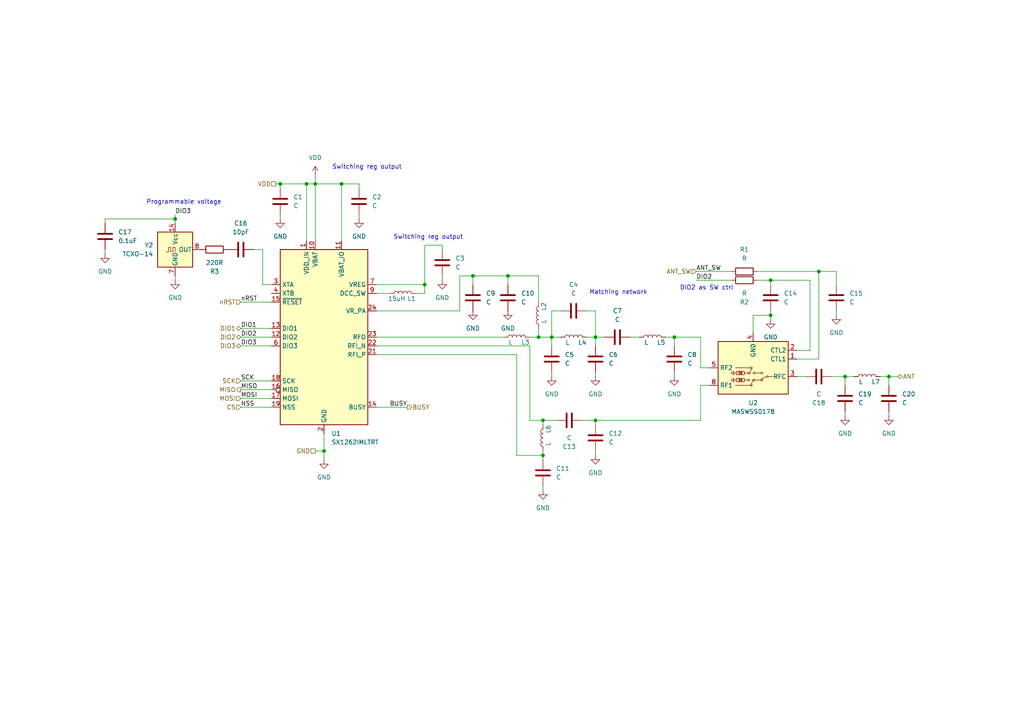
<source format=kicad_sch>
(kicad_sch (version 20250114) (generator "eeschema") (generator_version "9.0")
  (paper "A4")
  (lib_symbols
    (symbol "Device:C" (pin_numbers (hide yes)) (pin_names (offset 0.254))
      (property "Reference" "C" (at 0.635 2.54 0))
      (property "Value" "C" (at 0.635 -2.54 0))
      (symbol "C_0_1"
        (polyline (pts (xy -2.032 0.762) (xy 2.032 0.762)) (stroke (width 0.508)))
        (polyline (pts (xy -2.032 -0.762) (xy 2.032 -0.762)) (stroke (width 0.508)))
      )
      (symbol "C_1_1"
        (pin passive line (at 0 3.81 270) (length 2.794) (name "~") (number "1"))
        (pin passive line (at 0 -3.81 90) (length 2.794) (name "~") (number "2"))
      )
    )
    (symbol "Device:L" (pin_numbers (hide yes)) (pin_names (offset 1.016) (hide yes))
      (property "Reference" "L" (at -1.27 0 90))
      (property "Value" "L" (at 1.905 0 90))
      (symbol "L_0_1"
        (arc (start 0 2.54) (mid 0.6323 1.905) (end 0 1.27))
        (arc (start 0 1.27) (mid 0.6323 0.635) (end 0 0))
        (arc (start 0 0) (mid 0.6323 -0.635) (end 0 -1.27))
        (arc (start 0 -1.27) (mid 0.6323 -1.905) (end 0 -2.54))
      )
      (symbol "L_1_1"
        (pin passive line (at 0 3.81 270) (length 1.27) (name "1") (number "1"))
        (pin passive line (at 0 -3.81 90) (length 1.27) (name "2") (number "2"))
      )
    )
    (symbol "Device:R" (pin_numbers (hide yes)) (pin_names (offset 0))
      (property "Reference" "R" (at 2.032 0 90))
      (property "Value" "R" (at 0 0 90))
      (symbol "R_0_1"
        (rectangle (start -1.016 -2.54) (end 1.016 2.54) (stroke (width 0.254)))
      )
      (symbol "R_1_1"
        (pin passive line (at 0 3.81 270) (length 1.27) (name "~") (number "1"))
        (pin passive line (at 0 -3.81 90) (length 1.27) (name "~") (number "2"))
      )
    )
    (symbol "Oscillator:TCXO-14" (pin_names (offset 0.254))
      (property "Reference" "Y" (at -5.08 6.35 0))
      (property "Value" "TCXO-14" (at 1.27 -6.35 0))
      (symbol "TCXO-14_0_1"
        (rectangle (start -5.08 5.08) (end 5.08 -5.08) (stroke (width 0.254)) (fill (type background)))
        (polyline (pts (xy -2.54 -0.635) (xy -1.905 -0.635) (xy -1.905 0.635) (xy -1.27 0.635) (xy -1.27 -0.635) (xy -0.635 -0.635) (xy -0.635 0.635) (xy 0 0.635) (xy 0 -0.635)))
      )
      (symbol "TCXO-14_1_1"
        (pin no_connect line (at -5.08 2.54 0) (length 2.54) (hide yes) (name "NC") (number "1"))
        (pin power_in line (at 0 7.62 270) (length 2.54) (name "Vcc") (number "14"))
        (pin power_in line (at 0 -7.62 90) (length 2.54) (name "GND") (number "7"))
        (pin output line (at 7.62 0 180) (length 2.54) (name "OUT") (number "8"))
      )
    )
    (symbol "RF:SX1262IMLTRT"
      (property "Reference" "U" (at 13.97 24.13 0))
      (property "Value" "SX1262IMLTRT" (at 13.97 21.59 0))
      (symbol "SX1262IMLTRT_0_1"
        (rectangle (start -12.7 25.4) (end 12.7 -25.4) (stroke (width 0.254)) (fill (type background)))
      )
      (symbol "SX1262IMLTRT_1_1"
        (pin bidirectional line (at -15.24 15.24 0) (length 2.54) (name "XTA") (number "3"))
        (pin bidirectional line (at -15.24 12.7 0) (length 2.54) (name "XTB") (number "4"))
        (pin input line (at -15.24 10.16 0) (length 2.54) (name "~{RESET}") (number "15"))
        (pin bidirectional line (at -15.24 2.54 0) (length 2.54) (name "DIO1") (number "13"))
        (pin bidirectional line (at -15.24 0 0) (length 2.54) (name "DIO2") (number "12"))
        (pin bidirectional line (at -15.24 -2.54 0) (length 2.54) (name "DIO3") (number "6"))
        (pin input line (at -15.24 -12.7 0) (length 2.54) (name "SCK") (number "18"))
        (pin tri_state inverted (at -15.24 -15.24 0) (length 2.54) (name "MISO") (number "16"))
        (pin input line (at -15.24 -17.78 0) (length 2.54) (name "MOSI") (number "17"))
        (pin input line (at -15.24 -20.32 0) (length 2.54) (name "NSS") (number "19"))
        (pin power_in line (at -5.08 27.94 270) (length 2.54) (name "VDD_IN") (number "1"))
        (pin power_in line (at -2.54 27.94 270) (length 2.54) (name "VBAT") (number "10"))
        (pin power_in line (at 0 -27.94 90) (length 2.54) (name "GND") (number "2"))
        (pin passive line (at 0 -27.94 90) (length 2.54) (hide yes) (name "GND") (number "20"))
        (pin passive line (at 0 -27.94 90) (length 2.54) (hide yes) (name "GND") (number "25"))
        (pin passive line (at 0 -27.94 90) (length 2.54) (hide yes) (name "GND") (number "5"))
        (pin passive line (at 0 -27.94 90) (length 2.54) (hide yes) (name "GND") (number "8"))
        (pin power_in line (at 5.08 27.94 270) (length 2.54) (name "VBAT_IO") (number "11"))
        (pin power_out line (at 15.24 15.24 180) (length 2.54) (name "VREG") (number "7"))
        (pin power_out line (at 15.24 12.7 180) (length 2.54) (name "DCC_SW") (number "9"))
        (pin power_out line (at 15.24 7.62 180) (length 2.54) (name "VR_PA") (number "24"))
        (pin output line (at 15.24 0 180) (length 2.54) (name "RFO") (number "23"))
        (pin input line (at 15.24 -2.54 180) (length 2.54) (name "RFI_N") (number "22"))
        (pin input line (at 15.24 -5.08 180) (length 2.54) (name "RFI_P") (number "21"))
        (pin output line (at 15.24 -20.32 180) (length 2.54) (name "BUSY") (number "14"))
      )
    )
    (symbol "RF_Switch:MASWSS0178"
      (property "Reference" "U" (at -8.89 8.89 0))
      (property "Value" "MASWSS0178" (at 3.556 8.89 0))
      (symbol "MASWSS0178_0_1"
        (polyline (pts (xy -4.318 2.54) (xy -5.842 2.54)))
        (polyline (pts (xy -2.286 1.524) (xy -0.508 1.524)))
        (polyline (pts (xy -0.508 3.556) (xy -2.286 3.556)))
      )
      (symbol "MASWSS0178_1_1"
        (rectangle (start -10.16 7.62) (end 10.16 -7.62) (stroke (width 0.254)) (fill (type background)))
        (circle (center -4.064 2.54) (radius 0.254))
        (polyline (pts (xy -3.81 2.54) (xy -2.286 3.302)))
        (circle (center -2.54 3.556) (radius 0.254))
        (circle (center -2.54 1.524) (radius 0.254))
        (circle (center -0.254 3.556) (radius 0.254))
        (circle (center -0.254 1.524) (radius 0.254))
        (circle (center 0.508 5.08) (radius 0.254))
        (polyline (pts (xy 0.508 4.826) (xy 0 3.302)))
        (polyline (pts (xy 0.508 0.254) (xy 1.016 1.778)))
        (circle (center 0.508 0) (radius 0.254))
        (polyline (pts (xy 0.762 5.08) (xy 5.08 5.08)))
        (polyline (pts (xy 0.762 0) (xy 5.08 0)))
        (circle (center 1.27 3.556) (radius 0.254))
        (circle (center 1.27 1.524) (radius 0.254))
        (polyline (pts (xy 1.524 3.556) (xy 2.54 3.556)))
        (polyline (pts (xy 1.524 1.524) (xy 2.54 1.524)))
        (rectangle (start 2.54 3.048) (end 4.826 4.064))
        (rectangle (start 2.54 1.016) (end 4.826 2.032))
        (polyline (pts (xy 4.826 3.556) (xy 5.588 3.556) (xy 5.588 3.048) (xy 6.35 3.556) (xy 5.588 4.064) (xy 5.588 3.556)))
        (polyline (pts (xy 4.826 1.524) (xy 5.588 1.524) (xy 5.588 1.016) (xy 6.35 1.524) (xy 5.588 2.032) (xy 5.588 1.524)))
        (text "50" (at 3.683 3.556 0) (effects (font (size 0.635 0.635))))
        (text "50" (at 3.683 1.524 0) (effects (font (size 0.635 0.635))))
        (pin passive line (at -12.7 2.54 0) (length 2.54) (name "RFC") (number "3"))
        (pin input line (at -12.7 -2.54 0) (length 2.54) (name "CTL1") (number "1"))
        (pin input line (at -12.7 -5.08 0) (length 2.54) (name "CTL2") (number "2"))
        (pin power_in line (at 0 -10.16 90) (length 2.54) (name "GND") (number "4"))
        (pin passive line (at 0 -10.16 90) (length 2.54) (hide yes) (name "GND") (number "6"))
        (pin passive line (at 0 -10.16 90) (length 2.54) (hide yes) (name "GND") (number "7"))
        (pin passive line (at 0 -10.16 90) (length 2.54) (hide yes) (name "GND") (number "9"))
        (pin passive line (at 12.7 5.08 180) (length 2.54) (name "RF1") (number "8"))
        (pin passive line (at 12.7 0 180) (length 2.54) (name "RF2") (number "5"))
      )
    )
    (symbol "power:GND" (power) (pin_numbers (hide yes)) (pin_names (offset 0) (hide yes))
      (property "Value" "GND" (at 0 -3.81 0))
      (symbol "GND_0_1"
        (polyline (pts (xy 0 0) (xy 0 -1.27) (xy 1.27 -1.27) (xy 0 -2.54) (xy -1.27 -1.27) (xy 0 -1.27)))
      )
      (symbol "GND_1_1"
        (pin power_in line (at 0 0 270) (length 0) (name "~") (number "1"))
      )
    )
    (symbol "power:VDD" (power) (pin_numbers (hide yes)) (pin_names (offset 0) (hide yes))
      (property "Value" "VDD" (at 0 3.556 0))
      (symbol "VDD_0_1"
        (polyline (pts (xy -0.762 1.27) (xy 0 2.54)))
        (polyline (pts (xy 0 2.54) (xy 0.762 1.27)))
        (polyline (pts (xy 0 0) (xy 0 2.54)))
      )
      (symbol "VDD_1_1"
        (pin power_in line (at 0 0 90) (length 0) (name "~") (number "1"))
      )
    )
  )
  (text "Switching reg output" (at 124.206 68.834 0) (effects (font (size 1.27 1.27))))
  (text "DIO2 as SW ctrl" (at 204.978 83.566 0) (effects (font (size 1.27 1.27))))
  (text "Programmable voltage" (at 53.34 58.674 0) (effects (font (size 1.27 1.27))))
  (text "Matching network" (at 179.324 84.836 0) (effects (font (size 1.27 1.27))))
  (text "Switching reg output" (at 106.426 48.514 0) (effects (font (size 1.27 1.27))))
  (junction (at 195.58 97.79))
  (junction (at 88.9 53.34))
  (junction (at 237.49 78.74))
  (junction (at 147.32 80.01))
  (junction (at 50.8 63.5))
  (junction (at 99.06 53.34))
  (junction (at 157.48 121.92))
  (junction (at 93.98 130.81))
  (junction (at 91.44 53.34))
  (junction (at 223.52 91.44))
  (junction (at 257.81 109.22))
  (junction (at 160.02 97.79))
  (junction (at 172.72 121.92))
  (junction (at 245.11 109.22))
  (junction (at 157.48 132.08))
  (junction (at 172.72 97.79))
  (junction (at 156.21 97.79))
  (junction (at 223.52 81.28))
  (junction (at 123.19 82.55))
  (junction (at 137.16 80.01))
  (junction (at 81.28 53.34))
  (wire (pts (xy 168.91 121.92) (xy 172.72 121.92)))
  (wire (pts (xy 242.57 90.17) (xy 242.57 91.44)))
  (wire (pts (xy 223.52 90.17) (xy 223.52 91.44)))
  (wire (pts (xy 201.93 81.28) (xy 212.09 81.28)))
  (wire (pts (xy 149.86 102.87) (xy 149.86 132.08)))
  (wire (pts (xy 255.27 109.22) (xy 257.81 109.22)))
  (wire (pts (xy 88.9 53.34) (xy 91.44 53.34)))
  (wire (pts (xy 231.14 101.6) (xy 234.95 101.6)))
  (wire (pts (xy 69.85 118.11) (xy 78.74 118.11)))
  (wire (pts (xy 137.16 80.01) (xy 137.16 82.55)))
  (wire (pts (xy 156.21 97.79) (xy 160.02 97.79)))
  (wire (pts (xy 104.14 62.23) (xy 104.14 63.5)))
  (wire (pts (xy 99.06 53.34) (xy 99.06 69.85)))
  (wire (pts (xy 69.85 87.63) (xy 78.74 87.63)))
  (wire (pts (xy 160.02 109.22) (xy 160.02 107.95)))
  (wire (pts (xy 172.72 90.17) (xy 172.72 97.79)))
  (wire (pts (xy 50.8 80.01) (xy 50.8 81.28)))
  (wire (pts (xy 147.32 80.01) (xy 156.21 80.01)))
  (wire (pts (xy 257.81 119.38) (xy 257.81 120.65)))
  (wire (pts (xy 172.72 121.92) (xy 203.2 121.92)))
  (wire (pts (xy 170.18 90.17) (xy 172.72 90.17)))
  (wire (pts (xy 157.48 121.92) (xy 157.48 123.19)))
  (wire (pts (xy 104.14 53.34) (xy 104.14 54.61)))
  (wire (pts (xy 93.98 130.81) (xy 93.98 133.35)))
  (wire (pts (xy 91.44 130.81) (xy 93.98 130.81)))
  (wire (pts (xy 109.22 118.11) (xy 118.11 118.11)))
  (wire (pts (xy 153.67 121.92) (xy 157.48 121.92)))
  (wire (pts (xy 195.58 97.79) (xy 203.2 97.79)))
  (wire (pts (xy 78.74 82.55) (xy 76.2 82.55)))
  (wire (pts (xy 76.2 72.39) (xy 73.66 72.39)))
  (wire (pts (xy 109.22 90.17) (xy 133.35 90.17)))
  (wire (pts (xy 69.85 113.03) (xy 78.74 113.03)))
  (wire (pts (xy 219.71 78.74) (xy 237.49 78.74)))
  (wire (pts (xy 218.44 96.52) (xy 218.44 91.44)))
  (wire (pts (xy 231.14 104.14) (xy 237.49 104.14)))
  (wire (pts (xy 203.2 111.76) (xy 203.2 121.92)))
  (wire (pts (xy 223.52 81.28) (xy 234.95 81.28)))
  (wire (pts (xy 109.22 100.33) (xy 153.67 100.33)))
  (wire (pts (xy 245.11 119.38) (xy 245.11 120.65)))
  (wire (pts (xy 137.16 80.01) (xy 147.32 80.01)))
  (wire (pts (xy 157.48 132.08) (xy 157.48 133.35)))
  (wire (pts (xy 172.72 121.92) (xy 172.72 123.19)))
  (wire (pts (xy 109.22 82.55) (xy 123.19 82.55)))
  (wire (pts (xy 193.04 97.79) (xy 195.58 97.79)))
  (wire (pts (xy 170.18 97.79) (xy 172.72 97.79)))
  (wire (pts (xy 133.35 80.01) (xy 137.16 80.01)))
  (wire (pts (xy 88.9 53.34) (xy 88.9 69.85)))
  (wire (pts (xy 80.01 53.34) (xy 81.28 53.34)))
  (wire (pts (xy 160.02 97.79) (xy 160.02 90.17)))
  (wire (pts (xy 69.85 115.57) (xy 78.74 115.57)))
  (wire (pts (xy 172.72 132.08) (xy 172.72 130.81)))
  (wire (pts (xy 69.85 97.79) (xy 78.74 97.79)))
  (wire (pts (xy 242.57 78.74) (xy 242.57 82.55)))
  (wire (pts (xy 76.2 82.55) (xy 76.2 72.39)))
  (wire (pts (xy 50.8 63.5) (xy 30.48 63.5)))
  (wire (pts (xy 81.28 53.34) (xy 81.28 54.61)))
  (wire (pts (xy 156.21 80.01) (xy 156.21 87.63)))
  (wire (pts (xy 109.22 97.79) (xy 146.05 97.79)))
  (wire (pts (xy 123.19 71.12) (xy 128.27 71.12)))
  (wire (pts (xy 128.27 71.12) (xy 128.27 72.39)))
  (wire (pts (xy 149.86 132.08) (xy 157.48 132.08)))
  (wire (pts (xy 30.48 72.39) (xy 30.48 73.66)))
  (wire (pts (xy 223.52 81.28) (xy 223.52 82.55)))
  (wire (pts (xy 69.85 110.49) (xy 78.74 110.49)))
  (wire (pts (xy 123.19 82.55) (xy 123.19 71.12)))
  (wire (pts (xy 218.44 91.44) (xy 223.52 91.44)))
  (wire (pts (xy 30.48 63.5) (xy 30.48 64.77)))
  (wire (pts (xy 93.98 125.73) (xy 93.98 130.81)))
  (wire (pts (xy 172.72 109.22) (xy 172.72 107.95)))
  (wire (pts (xy 201.93 78.74) (xy 212.09 78.74)))
  (wire (pts (xy 237.49 104.14) (xy 237.49 78.74)))
  (wire (pts (xy 223.52 91.44) (xy 223.52 92.71)))
  (wire (pts (xy 128.27 81.28) (xy 128.27 80.01)))
  (wire (pts (xy 109.22 85.09) (xy 113.03 85.09)))
  (wire (pts (xy 69.85 100.33) (xy 78.74 100.33)))
  (wire (pts (xy 91.44 50.8) (xy 91.44 53.34)))
  (wire (pts (xy 182.88 97.79) (xy 185.42 97.79)))
  (wire (pts (xy 231.14 109.22) (xy 233.68 109.22)))
  (wire (pts (xy 91.44 53.34) (xy 99.06 53.34)))
  (wire (pts (xy 50.8 62.23) (xy 50.8 63.5)))
  (wire (pts (xy 147.32 80.01) (xy 147.32 82.55)))
  (wire (pts (xy 245.11 109.22) (xy 247.65 109.22)))
  (wire (pts (xy 245.11 109.22) (xy 245.11 111.76)))
  (wire (pts (xy 81.28 53.34) (xy 88.9 53.34)))
  (wire (pts (xy 257.81 109.22) (xy 260.35 109.22)))
  (wire (pts (xy 123.19 82.55) (xy 123.19 85.09)))
  (wire (pts (xy 109.22 102.87) (xy 149.86 102.87)))
  (wire (pts (xy 153.67 97.79) (xy 156.21 97.79)))
  (wire (pts (xy 203.2 97.79) (xy 203.2 106.68)))
  (wire (pts (xy 234.95 101.6) (xy 234.95 81.28)))
  (wire (pts (xy 157.48 121.92) (xy 161.29 121.92)))
  (wire (pts (xy 237.49 78.74) (xy 242.57 78.74)))
  (wire (pts (xy 157.48 130.81) (xy 157.48 132.08)))
  (wire (pts (xy 205.74 111.76) (xy 203.2 111.76)))
  (wire (pts (xy 153.67 100.33) (xy 153.67 121.92)))
  (wire (pts (xy 172.72 97.79) (xy 172.72 100.33)))
  (wire (pts (xy 172.72 97.79) (xy 175.26 97.79)))
  (wire (pts (xy 81.28 62.23) (xy 81.28 63.5)))
  (wire (pts (xy 203.2 106.68) (xy 205.74 106.68)))
  (wire (pts (xy 69.85 95.25) (xy 78.74 95.25)))
  (wire (pts (xy 133.35 90.17) (xy 133.35 80.01)))
  (wire (pts (xy 123.19 85.09) (xy 120.65 85.09)))
  (wire (pts (xy 160.02 97.79) (xy 162.56 97.79)))
  (wire (pts (xy 195.58 97.79) (xy 195.58 100.33)))
  (wire (pts (xy 157.48 142.24) (xy 157.48 140.97)))
  (wire (pts (xy 50.8 63.5) (xy 50.8 64.77)))
  (wire (pts (xy 195.58 109.22) (xy 195.58 107.95)))
  (wire (pts (xy 160.02 97.79) (xy 160.02 100.33)))
  (wire (pts (xy 91.44 69.85) (xy 91.44 53.34)))
  (wire (pts (xy 99.06 53.34) (xy 104.14 53.34)))
  (wire (pts (xy 160.02 90.17) (xy 162.56 90.17)))
  (wire (pts (xy 257.81 109.22) (xy 257.81 111.76)))
  (wire (pts (xy 241.3 109.22) (xy 245.11 109.22)))
  (wire (pts (xy 219.71 81.28) (xy 223.52 81.28)))
  (wire (pts (xy 156.21 95.25) (xy 156.21 97.79)))
  (label "MISO" (at 69.85 113.03 0))
  (label "DIO3" (at 50.8 62.23 0))
  (label "NSS" (at 69.85 118.11 0))
  (label "DIO2" (at 201.93 81.28 0))
  (label "DIO2" (at 69.85 97.79 0))
  (label "SCK" (at 69.85 110.49 0))
  (label "BUSY" (at 118.11 118.11 180))
  (label "MOSI" (at 69.85 115.57 0))
  (label "DIO3" (at 69.85 100.33 0))
  (label "ANT_SW" (at 201.93 78.74 0))
  (label "nRST" (at 69.85 87.63 0))
  (label "DIO1" (at 69.85 95.25 0))
  (hierarchical_label "ANT" (shape bidirectional) (at 260.35 109.22 0))
  (hierarchical_label "CS" (shape input) (at 69.85 118.11 180))
  (hierarchical_label "MISO" (shape output) (at 69.85 113.03 180))
  (hierarchical_label "DIO2" (shape bidirectional) (at 69.85 97.79 180))
  (hierarchical_label "DIO3" (shape bidirectional) (at 69.85 100.33 180))
  (hierarchical_label "ANT_SW" (shape input) (at 201.93 78.74 180))
  (hierarchical_label "nRST" (shape input) (at 69.85 87.63 180))
  (hierarchical_label "VDD" (shape passive) (at 80.01 53.34 180))
  (hierarchical_label "GND" (shape passive) (at 91.44 130.81 180))
  (hierarchical_label "MOSI" (shape input) (at 69.85 115.57 180))
  (hierarchical_label "DIO1" (shape bidirectional) (at 69.85 95.25 180))
  (hierarchical_label "SCK" (shape input) (at 69.85 110.49 180))
  (hierarchical_label "BUSY" (shape output) (at 118.11 118.11 0))
  (symbol (lib_id "power:GND") (at 81.28 63.5 0) (unit 1)
    (property "Reference" "#PWR02" (effects (hide yes)))
    (property "Value" "GND" (at 81.28 68.58 0))
    (property "Description" "Power symbol creates a global label with name \"GND\" , ground" (effects (hide yes)))
  )
  (symbol (lib_id "power:GND") (at 223.52 92.71 0) (unit 1)
    (property "Reference" "#PWR014" (effects (hide yes)))
    (property "Value" "GND" (at 223.52 97.79 0))
    (property "Description" "Power symbol creates a global label with name \"GND\" , ground" (effects (hide yes)))
  )
  (symbol (lib_id "Device:C") (at 160.02 104.14 0) (unit 1)
    (property "Reference" "C5" (at 163.83 102.8699 0) (effects (justify left)))
    (property "Value" "C" (at 163.83 105.4099 0) (effects (justify left)))
    (property "Description" "Unpolarized capacitor" (effects (hide yes)))
  )
  (symbol (lib_id "power:GND") (at 160.02 109.22 0) (unit 1)
    (property "Reference" "#PWR06" (effects (hide yes)))
    (property "Value" "GND" (at 160.02 114.3 0))
    (property "Description" "Power symbol creates a global label with name \"GND\" , ground" (effects (hide yes)))
  )
  (symbol (lib_id "power:GND") (at 128.27 81.28 0) (unit 1)
    (property "Reference" "#PWR05" (effects (hide yes)))
    (property "Value" "GND" (at 128.27 86.36 0))
    (property "Description" "Power symbol creates a global label with name \"GND\" , ground" (effects (hide yes)))
  )
  (symbol (lib_id "Device:C") (at 157.48 137.16 0) (unit 1)
    (property "Reference" "C11" (at 161.29 135.8899 0) (effects (justify left)))
    (property "Value" "C" (at 161.29 138.4299 0) (effects (justify left)))
    (property "Description" "Unpolarized capacitor" (effects (hide yes)))
  )
  (symbol (lib_id "Device:C") (at 245.11 115.57 0) (unit 1)
    (property "Reference" "C19" (at 248.92 114.2999 0) (effects (justify left)))
    (property "Value" "C" (at 248.92 116.8399 0) (effects (justify left)))
    (property "Description" "Unpolarized capacitor" (effects (hide yes)))
  )
  (symbol (lib_id "Device:C") (at 242.57 86.36 0) (unit 1)
    (property "Reference" "C15" (at 246.38 85.0899 0) (effects (justify left)))
    (property "Value" "C" (at 246.38 87.6299 0) (effects (justify left)))
    (property "Description" "Unpolarized capacitor" (effects (hide yes)))
  )
  (symbol (lib_id "Device:C") (at 104.14 58.42 0) (unit 1)
    (property "Reference" "C2" (at 107.95 57.1499 0) (effects (justify left)))
    (property "Value" "C" (at 107.95 59.6899 0) (effects (justify left)))
    (property "Description" "Unpolarized capacitor" (effects (hide yes)))
  )
  (symbol (lib_id "Device:C") (at 147.32 86.36 0) (unit 1)
    (property "Reference" "C10" (at 151.13 85.0899 0) (effects (justify left)))
    (property "Value" "C" (at 151.13 87.6299 0) (effects (justify left)))
    (property "Description" "Unpolarized capacitor" (effects (hide yes)))
  )
  (symbol (lib_id "power:GND") (at 147.32 90.17 0) (unit 1)
    (property "Reference" "#PWR010" (effects (hide yes)))
    (property "Value" "GND" (at 147.32 95.25 0))
    (property "Description" "Power symbol creates a global label with name \"GND\" , ground" (effects (hide yes)))
  )
  (symbol (lib_id "Device:C") (at 172.72 127 0) (unit 1)
    (property "Reference" "C12" (at 176.53 125.7299 0) (effects (justify left)))
    (property "Value" "C" (at 176.53 128.2699 0) (effects (justify left)))
    (property "Description" "Unpolarized capacitor" (effects (hide yes)))
  )
  (symbol (lib_id "power:GND") (at 137.16 90.17 0) (unit 1)
    (property "Reference" "#PWR09" (effects (hide yes)))
    (property "Value" "GND" (at 137.16 95.25 0))
    (property "Description" "Power symbol creates a global label with name \"GND\" , ground" (effects (hide yes)))
  )
  (symbol (lib_id "power:GND") (at 30.48 73.66 0) (unit 1)
    (property "Reference" "#PWR013" (effects (hide yes)))
    (property "Value" "GND" (at 30.48 78.74 0))
    (property "Description" "Power symbol creates a global label with name \"GND\" , ground" (effects (hide yes)))
  )
  (symbol (lib_id "power:GND") (at 104.14 63.5 0) (unit 1)
    (property "Reference" "#PWR03" (effects (hide yes)))
    (property "Value" "GND" (at 104.14 68.58 0))
    (property "Description" "Power symbol creates a global label with name \"GND\" , ground" (effects (hide yes)))
  )
  (symbol (lib_id "Device:L") (at 157.48 127 180) (unit 1)
    (property "Reference" "L6" (at 159.004 124.46 90))
    (property "Value" "L" (at 159.004 128.778 90))
    (property "Description" "Inductor" (effects (hide yes)))
  )
  (symbol (lib_id "power:GND") (at 157.48 142.24 0) (unit 1)
    (property "Reference" "#PWR011" (effects (hide yes)))
    (property "Value" "GND" (at 157.48 147.32 0))
    (property "Description" "Power symbol creates a global label with name \"GND\" , ground" (effects (hide yes)))
  )
  (symbol (lib_id "Device:L") (at 189.23 97.79 90) (unit 1)
    (property "Reference" "L5" (at 191.77 99.314 90))
    (property "Value" "L" (at 187.452 99.314 90))
    (property "Description" "Inductor" (effects (hide yes)))
  )
  (symbol (lib_id "Device:C") (at 166.37 90.17 90) (unit 1)
    (property "Reference" "C4" (at 166.37 82.55 90))
    (property "Value" "C" (at 166.37 85.09 90))
    (property "Description" "Unpolarized capacitor" (effects (hide yes)))
  )
  (symbol (lib_id "Device:C") (at 81.28 58.42 0) (unit 1)
    (property "Reference" "C1" (at 85.09 57.1499 0) (effects (justify left)))
    (property "Value" "C" (at 85.09 59.6899 0) (effects (justify left)))
    (property "Description" "Unpolarized capacitor" (effects (hide yes)))
  )
  (symbol (lib_id "Device:R") (at 215.9 78.74 90) (unit 1)
    (property "Reference" "R1" (at 215.9 72.39 90))
    (property "Value" "R" (at 215.9 74.93 90))
    (property "Description" "Resistor" (effects (hide yes)))
  )
  (symbol (lib_id "RF_Switch:MASWSS0178") (at 218.44 106.68 180) (unit 1)
    (property "Reference" "U2" (at 218.44 116.84 0))
    (property "Value" "MASWSS0178" (at 218.44 119.38 0))
    (property "Footprint" "Package_SO:MSOP-8-1EP_3x3mm_P0.65mm_EP1.73x1.85mm_ThermalVias" (effects (hide yes)))
    (property "Datasheet" "https://cdn.macom.com/datasheets/MASWSS0178.pdf" (effects (hide yes)))
    (property "Description" "SPDT High Isolation Terminated Switch, 0.01-3.0 GHz, MSOP-8" (effects (hide yes)))
  )
  (symbol (lib_id "power:GND") (at 257.81 120.65 0) (unit 1)
    (property "Reference" "#PWR018" (effects (hide yes)))
    (property "Value" "GND" (at 257.81 125.73 0))
    (property "Description" "Power symbol creates a global label with name \"GND\" , ground" (effects (hide yes)))
  )
  (symbol (lib_id "Device:C") (at 179.07 97.79 90) (unit 1)
    (property "Reference" "C7" (at 179.07 90.17 90))
    (property "Value" "C" (at 179.07 92.71 90))
    (property "Description" "Unpolarized capacitor" (effects (hide yes)))
  )
  (symbol (lib_id "Device:C") (at 128.27 76.2 0) (unit 1)
    (property "Reference" "C3" (at 132.08 74.9299 0) (effects (justify left)))
    (property "Value" "C" (at 132.08 77.4699 0) (effects (justify left)))
    (property "Description" "Unpolarized capacitor" (effects (hide yes)))
  )
  (symbol (lib_id "power:VDD") (at 91.44 50.8 0) (unit 1)
    (property "Reference" "#PWR04" (effects (hide yes)))
    (property "Value" "VDD" (at 91.44 45.72 0))
    (property "Description" "Power symbol creates a global label with name \"VDD\"" (effects (hide yes)))
  )
  (symbol (lib_id "power:GND") (at 50.8 81.28 0) (unit 1)
    (property "Reference" "#PWR016" (effects (hide yes)))
    (property "Value" "GND" (at 50.8 86.36 0))
    (property "Description" "Power symbol creates a global label with name \"GND\" , ground" (effects (hide yes)))
  )
  (symbol (lib_id "power:GND") (at 172.72 132.08 0) (unit 1)
    (property "Reference" "#PWR012" (effects (hide yes)))
    (property "Value" "GND" (at 172.72 137.16 0))
    (property "Description" "Power symbol creates a global label with name \"GND\" , ground" (effects (hide yes)))
  )
  (symbol (lib_id "Device:L") (at 251.46 109.22 90) (unit 1)
    (property "Reference" "L7" (at 254 110.744 90))
    (property "Value" "L" (at 249.682 110.744 90))
    (property "Description" "Inductor" (effects (hide yes)))
  )
  (symbol (lib_id "Device:L") (at 149.86 97.79 90) (unit 1)
    (property "Reference" "L3" (at 152.4 99.314 90))
    (property "Value" "L" (at 148.082 99.314 90))
    (property "Description" "Inductor" (effects (hide yes)))
  )
  (symbol (lib_id "power:GND") (at 245.11 120.65 0) (unit 1)
    (property "Reference" "#PWR017" (effects (hide yes)))
    (property "Value" "GND" (at 245.11 125.73 0))
    (property "Description" "Power symbol creates a global label with name \"GND\" , ground" (effects (hide yes)))
  )
  (symbol (lib_id "Device:C") (at 30.48 68.58 0) (unit 1)
    (property "Reference" "C17" (at 34.29 67.3099 0) (effects (justify left)))
    (property "Value" "0.1uF" (at 34.29 69.8499 0) (effects (justify left)))
    (property "Description" "Unpolarized capacitor" (effects (hide yes)))
  )
  (symbol (lib_id "Oscillator:TCXO-14") (at 50.8 72.39 0) (unit 1)
    (property "Reference" "Y2" (at 44.45 71.1199 0) (effects (justify right)))
    (property "Value" "TCXO-14" (at 44.45 73.6599 0) (effects (justify right)))
    (property "Footprint" "Oscillator:Oscillator_DIP-14" (effects (hide yes)))
    (property "Datasheet" "http://www.golledge.com/pdf/products/tcxos/gtxos14.pdf" (effects (hide yes)))
    (property "Description" "Temperature Compensated Crystal Clock Oscillator, DIP14-style metal package" (effects (hide yes)))
  )
  (symbol (lib_id "power:GND") (at 172.72 109.22 0) (unit 1)
    (property "Reference" "#PWR07" (effects (hide yes)))
    (property "Value" "GND" (at 172.72 114.3 0))
    (property "Description" "Power symbol creates a global label with name \"GND\" , ground" (effects (hide yes)))
  )
  (symbol (lib_id "Device:L") (at 116.84 85.09 90) (unit 1)
    (property "Reference" "L1" (at 119.38 86.614 90))
    (property "Value" "15uH" (at 115.062 86.614 90))
    (property "Description" "Inductor" (effects (hide yes)))
  )
  (symbol (lib_id "power:GND") (at 242.57 91.44 0) (unit 1)
    (property "Reference" "#PWR015" (effects (hide yes)))
    (property "Value" "GND" (at 242.57 96.52 0))
    (property "Description" "Power symbol creates a global label with name \"GND\" , ground" (effects (hide yes)))
  )
  (symbol (lib_id "RF:SX1262IMLTRT") (at 93.98 97.79 0) (unit 1)
    (property "Reference" "U1" (at 96.1233 125.73 0) (effects (justify left)))
    (property "Value" "SX1262IMLTRT" (at 96.1233 128.27 0) (effects (justify left)))
    (property "Footprint" "Package_DFN_QFN:QFN-24-1EP_4x4mm_P0.5mm_EP2.6x2.6mm" (effects (hide yes)))
    (property "Datasheet" "https://semtech.file.force.com/sfc/dist/version/download/?oid=00DE0000000JelG&ids=0682R00000IjPWSQA3&d=%2Fa%2F2R000000Un7F%2FyT.fKdAr9ZAo3cJLc4F2cBdUsMftpT2vsOICP7NmvMo" (effects (hide yes)))
    (property "Description" "150 MHz to 960 MHz Low Power Long Range Transceiver, 22dBm output power, spreading factor from 5 to 12, LoRA, QFN-24" (effects (hide yes)))
  )
  (symbol (lib_id "Device:C") (at 172.72 104.14 0) (unit 1)
    (property "Reference" "C6" (at 176.53 102.8699 0) (effects (justify left)))
    (property "Value" "C" (at 176.53 105.4099 0) (effects (justify left)))
    (property "Description" "Unpolarized capacitor" (effects (hide yes)))
  )
  (symbol (lib_id "Device:C") (at 257.81 115.57 0) (unit 1)
    (property "Reference" "C20" (at 261.62 114.2999 0) (effects (justify left)))
    (property "Value" "C" (at 261.62 116.8399 0) (effects (justify left)))
    (property "Description" "Unpolarized capacitor" (effects (hide yes)))
  )
  (symbol (lib_id "Device:C") (at 69.85 72.39 90) (unit 1)
    (property "Reference" "C16" (at 69.85 64.77 90))
    (property "Value" "10pF" (at 69.85 67.31 90))
    (property "Description" "Unpolarized capacitor" (effects (hide yes)))
  )
  (symbol (lib_id "power:GND") (at 195.58 109.22 0) (unit 1)
    (property "Reference" "#PWR08" (effects (hide yes)))
    (property "Value" "GND" (at 195.58 114.3 0))
    (property "Description" "Power symbol creates a global label with name \"GND\" , ground" (effects (hide yes)))
  )
  (symbol (lib_id "Device:C") (at 223.52 86.36 0) (unit 1)
    (property "Reference" "C14" (at 227.33 85.0899 0) (effects (justify left)))
    (property "Value" "C" (at 227.33 87.6299 0) (effects (justify left)))
    (property "Description" "Unpolarized capacitor" (effects (hide yes)))
  )
  (symbol (lib_id "Device:C") (at 237.49 109.22 270) (mirror x) (unit 1)
    (property "Reference" "C18" (at 237.49 116.84 90))
    (property "Value" "C" (at 237.49 114.3 90))
    (property "Description" "Unpolarized capacitor" (effects (hide yes)))
  )
  (symbol (lib_id "Device:R") (at 215.9 81.28 90) (mirror x) (unit 1)
    (property "Reference" "R2" (at 215.9 87.63 90))
    (property "Value" "R" (at 215.9 85.09 90))
    (property "Description" "Resistor" (effects (hide yes)))
  )
  (symbol (lib_id "Device:L") (at 166.37 97.79 90) (unit 1)
    (property "Reference" "L4" (at 168.91 99.314 90))
    (property "Value" "L" (at 164.592 99.314 90))
    (property "Description" "Inductor" (effects (hide yes)))
  )
  (symbol (lib_id "Device:C") (at 165.1 121.92 270) (mirror x) (unit 1)
    (property "Reference" "C13" (at 165.1 129.54 90))
    (property "Value" "C" (at 165.1 127 90))
    (property "Description" "Unpolarized capacitor" (effects (hide yes)))
  )
  (symbol (lib_id "Device:C") (at 195.58 104.14 0) (unit 1)
    (property "Reference" "C8" (at 199.39 102.8699 0) (effects (justify left)))
    (property "Value" "C" (at 199.39 105.4099 0) (effects (justify left)))
    (property "Description" "Unpolarized capacitor" (effects (hide yes)))
  )
  (symbol (lib_id "Device:R") (at 62.23 72.39 90) (mirror x) (unit 1)
    (property "Reference" "R3" (at 62.23 78.74 90))
    (property "Value" "220R" (at 62.23 76.2 90))
    (property "Description" "Resistor" (effects (hide yes)))
  )
  (symbol (lib_id "Device:C") (at 137.16 86.36 0) (unit 1)
    (property "Reference" "C9" (at 140.97 85.0899 0) (effects (justify left)))
    (property "Value" "C" (at 140.97 87.6299 0) (effects (justify left)))
    (property "Description" "Unpolarized capacitor" (effects (hide yes)))
  )
  (symbol (lib_id "power:GND") (at 93.98 133.35 0) (unit 1)
    (property "Reference" "#PWR01" (effects (hide yes)))
    (property "Value" "GND" (at 93.98 138.43 0))
    (property "Description" "Power symbol creates a global label with name \"GND\" , ground" (effects (hide yes)))
  )
  (symbol (lib_id "Device:L") (at 156.21 91.44 180) (unit 1)
    (property "Reference" "L2" (at 157.734 88.9 90))
    (property "Value" "L" (at 157.734 93.218 90))
    (property "Description" "Inductor" (effects (hide yes)))
  )
)
</source>
